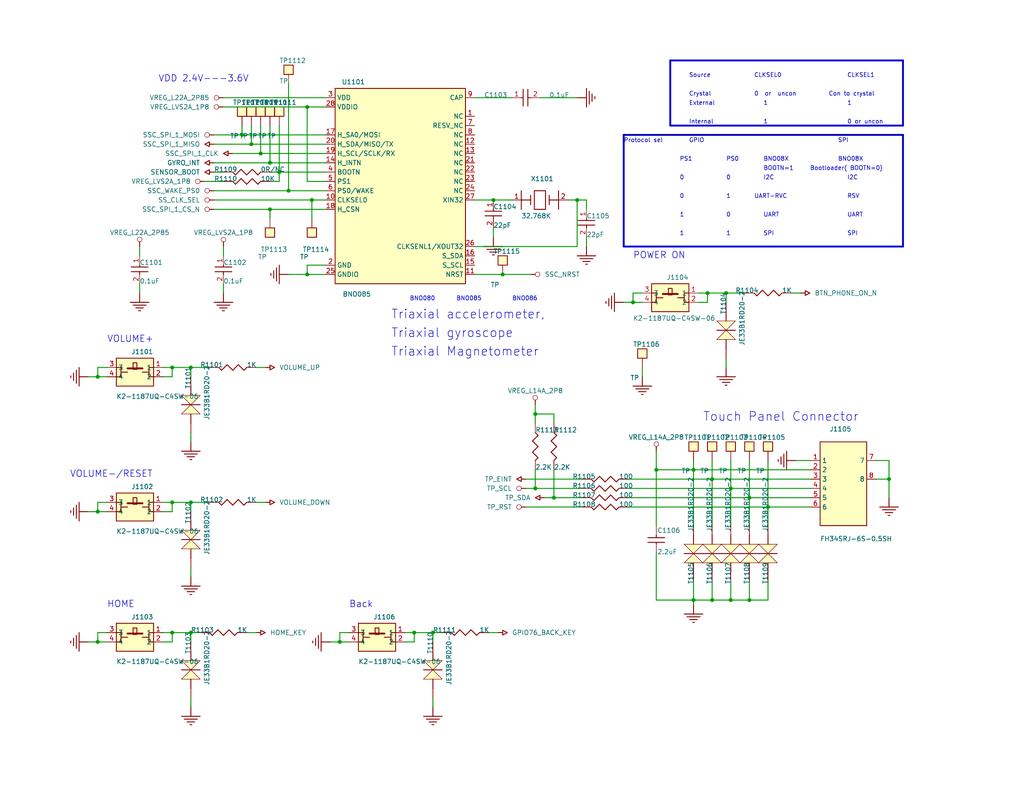
<source format=kicad_sch>
(kicad_sch (version 20211123) (generator eeschema)
  (paper "A")
  (junction (at 76.2 46.99))
  (junction (at 189.23 163.83))
  (junction (at 66.04 36.83))
  (junction (at 179.07 128.27))
  (junction (at 83.82 74.93))
  (junction (at 46.99 137.16))
  (junction (at 199.39 133.35))
  (junction (at 134.62 54.61))
  (junction (at 52.07 100.33))
  (junction (at 73.66 44.45))
  (junction (at 194.31 130.81))
  (junction (at 198.12 80.01))
  (junction (at 146.05 113.03))
  (junction (at 194.31 163.83))
  (junction (at 157.48 54.61))
  (junction (at 68.58 39.37))
  (junction (at 137.16 74.93))
  (junction (at 204.47 135.89))
  (junction (at 199.39 163.83))
  (junction (at 78.74 52.07))
  (junction (at 113.03 172.72))
  (junction (at 26.67 175.26))
  (junction (at 83.82 29.21))
  (junction (at 46.99 172.72))
  (junction (at 151.13 135.89))
  (junction (at 193.04 80.01))
  (junction (at 118.11 172.72))
  (junction (at 242.57 130.81))
  (junction (at 92.71 175.26))
  (junction (at 26.67 102.87))
  (junction (at 73.66 57.15))
  (junction (at 85.09 54.61))
  (junction (at 52.07 172.72))
  (junction (at 71.12 41.91))
  (junction (at 52.07 137.16))
  (junction (at 146.05 133.35))
  (junction (at 172.72 82.55))
  (junction (at 209.55 138.43))
  (junction (at 204.47 163.83))
  (junction (at 46.99 100.33))
  (junction (at 26.67 139.7))
  (junction (at 189.23 128.27))
  (wire (pts (xy 113.03 175.26) (xy 110.49 175.26)) (stroke (width 0.254)))
  (wire (pts (xy 204.47 163.83) (xy 204.47 158.75)) (stroke (width 0.254)))
  (wire (pts (xy 88.9 29.21) (xy 83.82 29.21)) (stroke (width 0.254)))
  (wire (pts (xy 199.39 133.35) (xy 199.39 143.51)) (stroke (width 0.254)))
  (wire (pts (xy 26.67 102.87) (xy 29.21 102.87)) (stroke (width 0.254)))
  (wire (pts (xy 171.45 138.43) (xy 209.55 138.43)) (stroke (width 0.254)))
  (wire (pts (xy 134.62 64.77) (xy 134.62 62.23)) (stroke (width 0.254)))
  (wire (pts (xy 172.72 82.55) (xy 175.26 82.55)) (stroke (width 0.254)))
  (wire (pts (xy 26.67 175.26) (xy 29.21 175.26)) (stroke (width 0.254)))
  (wire (pts (xy 44.45 137.16) (xy 46.99 137.16)) (stroke (width 0.254)))
  (wire (pts (xy 151.13 135.89) (xy 151.13 128.27)) (stroke (width 0.254)))
  (wire (pts (xy 242.57 125.73) (xy 239.014 125.73)) (stroke (width 0.254)))
  (wire (pts (xy 83.82 49.53) (xy 88.9 49.53)) (stroke (width 0.254)))
  (wire (pts (xy 83.82 29.21) (xy 83.82 49.53)) (stroke (width 0.254)))
  (wire (pts (xy 85.09 54.61) (xy 58.42 54.61)) (stroke (width 0.254)))
  (wire (pts (xy 179.07 163.83) (xy 179.07 151.13)) (stroke (width 0.254)))
  (wire (pts (xy 146.05 133.35) (xy 146.05 128.27)) (stroke (width 0.254)))
  (wire (pts (xy 209.55 163.83) (xy 209.55 158.75)) (stroke (width 0.254)))
  (wire (pts (xy 148.59 135.89) (xy 151.13 135.89)) (stroke (width 0.254)))
  (wire (pts (xy 85.09 54.61) (xy 85.09 59.69)) (stroke (width 0.254)))
  (wire (pts (xy 26.67 175.26) (xy 26.67 172.72)) (stroke (width 0.254)))
  (polyline (pts (xy 246.38 36.83) (xy 246.38 67.31)) (stroke (width 0.508) (type solid)))
  (wire (pts (xy 160.02 67.31) (xy 160.02 64.77)) (stroke (width 0.254)))
  (wire (pts (xy 76.2 46.99) (xy 76.2 49.53)) (stroke (width 0.254)))
  (wire (pts (xy 46.99 100.33) (xy 52.07 100.33)) (stroke (width 0.254)))
  (polyline (pts (xy 246.38 16.51) (xy 246.38 34.29)) (stroke (width 0.508) (type solid)))
  (wire (pts (xy 199.39 133.35) (xy 199.39 125.73)) (stroke (width 0.254)))
  (wire (pts (xy 158.75 138.43) (xy 143.51 138.43)) (stroke (width 0.254)))
  (wire (pts (xy 189.23 165.1) (xy 189.23 163.83)) (stroke (width 0.254)))
  (wire (pts (xy 193.04 80.01) (xy 198.12 80.01)) (stroke (width 0.254)))
  (wire (pts (xy 209.55 138.43) (xy 209.55 125.73)) (stroke (width 0.254)))
  (wire (pts (xy 118.11 175.26) (xy 118.11 172.72)) (stroke (width 0.254)))
  (wire (pts (xy 198.12 82.55) (xy 198.12 80.01)) (stroke (width 0.254)))
  (wire (pts (xy 170.18 82.55) (xy 172.72 82.55)) (stroke (width 0.254)))
  (wire (pts (xy 52.07 139.7) (xy 52.07 137.16)) (stroke (width 0.254)))
  (wire (pts (xy 146.05 113.03) (xy 146.05 110.49)) (stroke (width 0.254)))
  (wire (pts (xy 83.82 74.93) (xy 88.9 74.93)) (stroke (width 0.254)))
  (wire (pts (xy 157.48 54.61) (xy 160.02 54.61)) (stroke (width 0.254)))
  (wire (pts (xy 242.57 135.89) (xy 242.57 130.81)) (stroke (width 0.254)))
  (wire (pts (xy 88.9 26.67) (xy 60.96 26.67)) (stroke (width 0.254)))
  (wire (pts (xy 194.31 158.75) (xy 194.31 163.83)) (stroke (width 0.254)))
  (wire (pts (xy 68.58 39.37) (xy 68.58 34.29)) (stroke (width 0.254)))
  (wire (pts (xy 73.66 46.99) (xy 76.2 46.99)) (stroke (width 0.254)))
  (wire (pts (xy 60.96 49.53) (xy 55.88 49.53)) (stroke (width 0.254)))
  (wire (pts (xy 68.58 39.37) (xy 58.42 39.37)) (stroke (width 0.254)))
  (wire (pts (xy 118.11 172.72) (xy 113.03 172.72)) (stroke (width 0.254)))
  (wire (pts (xy 26.67 102.87) (xy 26.67 100.33)) (stroke (width 0.254)))
  (wire (pts (xy 199.39 163.83) (xy 204.47 163.83)) (stroke (width 0.254)))
  (polyline (pts (xy 170.18 67.31) (xy 246.38 67.31)) (stroke (width 0.508) (type solid)))
  (wire (pts (xy 179.07 128.27) (xy 179.07 123.19)) (stroke (width 0.254)))
  (wire (pts (xy 221.234 125.73) (xy 217.17 125.73)) (stroke (width 0.254)))
  (wire (pts (xy 88.9 52.07) (xy 78.74 52.07)) (stroke (width 0.254)))
  (wire (pts (xy 129.54 54.61) (xy 134.62 54.61)) (stroke (width 0.254)))
  (wire (pts (xy 172.72 80.01) (xy 175.26 80.01)) (stroke (width 0.254)))
  (wire (pts (xy 46.99 137.16) (xy 52.07 137.16)) (stroke (width 0.254)))
  (wire (pts (xy 189.23 125.73) (xy 189.23 128.27)) (stroke (width 0.254)))
  (wire (pts (xy 72.39 137.16) (xy 69.85 137.16)) (stroke (width 0.254)))
  (wire (pts (xy 52.07 102.87) (xy 52.07 100.33)) (stroke (width 0.254)))
  (wire (pts (xy 242.57 130.81) (xy 239.014 130.81)) (stroke (width 0.254)))
  (wire (pts (xy 189.23 163.83) (xy 179.07 163.83)) (stroke (width 0.254)))
  (wire (pts (xy 171.45 130.81) (xy 194.31 130.81)) (stroke (width 0.254)))
  (wire (pts (xy 26.67 100.33) (xy 29.21 100.33)) (stroke (width 0.254)))
  (wire (pts (xy 90.17 175.26) (xy 92.71 175.26)) (stroke (width 0.254)))
  (wire (pts (xy 52.07 137.16) (xy 57.15 137.16)) (stroke (width 0.254)))
  (wire (pts (xy 46.99 102.87) (xy 44.45 102.87)) (stroke (width 0.254)))
  (wire (pts (xy 120.65 172.72) (xy 118.11 172.72)) (stroke (width 0.254)))
  (wire (pts (xy 151.13 113.03) (xy 151.13 115.57)) (stroke (width 0.254)))
  (wire (pts (xy 171.45 133.35) (xy 199.39 133.35)) (stroke (width 0.254)))
  (wire (pts (xy 73.66 44.45) (xy 58.42 44.45)) (stroke (width 0.254)))
  (wire (pts (xy 198.12 100.33) (xy 198.12 97.79)) (stroke (width 0.254)))
  (wire (pts (xy 52.07 157.48) (xy 52.07 154.94)) (stroke (width 0.254)))
  (wire (pts (xy 129.54 74.93) (xy 137.16 74.93)) (stroke (width 0.254)))
  (wire (pts (xy 46.99 100.33) (xy 46.99 102.87)) (stroke (width 0.254)))
  (wire (pts (xy 88.9 72.39) (xy 83.82 72.39)) (stroke (width 0.254)))
  (wire (pts (xy 92.71 175.26) (xy 92.71 172.72)) (stroke (width 0.254)))
  (wire (pts (xy 44.45 100.33) (xy 46.99 100.33)) (stroke (width 0.254)))
  (wire (pts (xy 38.1 80.01) (xy 38.1 77.47)) (stroke (width 0.254)))
  (wire (pts (xy 52.07 175.26) (xy 52.07 172.72)) (stroke (width 0.254)))
  (wire (pts (xy 194.31 163.83) (xy 189.23 163.83)) (stroke (width 0.254)))
  (wire (pts (xy 66.04 36.83) (xy 66.04 34.29)) (stroke (width 0.254)))
  (wire (pts (xy 190.5 80.01) (xy 193.04 80.01)) (stroke (width 0.254)))
  (wire (pts (xy 209.55 143.51) (xy 209.55 138.43)) (stroke (width 0.254)))
  (wire (pts (xy 129.54 67.31) (xy 157.48 67.31)) (stroke (width 0.254)))
  (wire (pts (xy 46.99 139.7) (xy 44.45 139.7)) (stroke (width 0.254)))
  (wire (pts (xy 52.07 172.72) (xy 54.61 172.72)) (stroke (width 0.254)))
  (wire (pts (xy 73.66 44.45) (xy 73.66 34.29)) (stroke (width 0.254)))
  (wire (pts (xy 52.07 193.04) (xy 52.07 190.5)) (stroke (width 0.254)))
  (wire (pts (xy 44.45 172.72) (xy 46.99 172.72)) (stroke (width 0.254)))
  (wire (pts (xy 24.13 102.87) (xy 26.67 102.87)) (stroke (width 0.254)))
  (wire (pts (xy 92.71 175.26) (xy 95.25 175.26)) (stroke (width 0.254)))
  (wire (pts (xy 171.45 135.89) (xy 204.47 135.89)) (stroke (width 0.254)))
  (wire (pts (xy 69.85 172.72) (xy 67.31 172.72)) (stroke (width 0.254)))
  (wire (pts (xy 83.82 72.39) (xy 83.82 74.93)) (stroke (width 0.254)))
  (wire (pts (xy 26.67 139.7) (xy 26.67 137.16)) (stroke (width 0.254)))
  (wire (pts (xy 38.1 69.85) (xy 38.1 67.31)) (stroke (width 0.254)))
  (wire (pts (xy 157.48 67.31) (xy 157.48 54.61)) (stroke (width 0.254)))
  (wire (pts (xy 199.39 158.75) (xy 199.39 163.83)) (stroke (width 0.254)))
  (wire (pts (xy 83.82 29.21) (xy 60.96 29.21)) (stroke (width 0.254)))
  (wire (pts (xy 135.89 172.72) (xy 133.35 172.72)) (stroke (width 0.254)))
  (wire (pts (xy 46.99 137.16) (xy 46.99 139.7)) (stroke (width 0.254)))
  (wire (pts (xy 71.12 41.91) (xy 63.5 41.91)) (stroke (width 0.254)))
  (polyline (pts (xy 246.38 36.83) (xy 170.18 36.83)) (stroke (width 0.508) (type solid)))
  (wire (pts (xy 154.94 54.61) (xy 157.48 54.61)) (stroke (width 0.254)))
  (wire (pts (xy 88.9 57.15) (xy 73.66 57.15)) (stroke (width 0.254)))
  (wire (pts (xy 189.23 163.83) (xy 189.23 158.75)) (stroke (width 0.254)))
  (wire (pts (xy 26.67 137.16) (xy 29.21 137.16)) (stroke (width 0.254)))
  (wire (pts (xy 52.07 100.33) (xy 57.15 100.33)) (stroke (width 0.254)))
  (wire (pts (xy 92.71 172.72) (xy 95.25 172.72)) (stroke (width 0.254)))
  (wire (pts (xy 209.55 138.43) (xy 221.234 138.43)) (stroke (width 0.254)))
  (wire (pts (xy 204.47 143.51) (xy 204.47 135.89)) (stroke (width 0.254)))
  (wire (pts (xy 73.66 57.15) (xy 73.66 59.69)) (stroke (width 0.254)))
  (wire (pts (xy 157.48 26.67) (xy 147.32 26.67)) (stroke (width 0.254)))
  (wire (pts (xy 73.66 57.15) (xy 58.42 57.15)) (stroke (width 0.254)))
  (polyline (pts (xy 182.88 34.29) (xy 182.88 16.51)) (stroke (width 0.508) (type solid)))
  (wire (pts (xy 193.04 82.55) (xy 190.5 82.55)) (stroke (width 0.254)))
  (wire (pts (xy 46.99 172.72) (xy 52.07 172.72)) (stroke (width 0.254)))
  (wire (pts (xy 199.39 163.83) (xy 194.31 163.83)) (stroke (width 0.254)))
  (wire (pts (xy 88.9 54.61) (xy 85.09 54.61)) (stroke (width 0.254)))
  (wire (pts (xy 194.31 130.81) (xy 194.31 125.73)) (stroke (width 0.254)))
  (wire (pts (xy 160.02 54.61) (xy 160.02 57.15)) (stroke (width 0.254)))
  (wire (pts (xy 204.47 135.89) (xy 221.234 135.89)) (stroke (width 0.254)))
  (wire (pts (xy 88.9 39.37) (xy 68.58 39.37)) (stroke (width 0.254)))
  (wire (pts (xy 88.9 44.45) (xy 73.66 44.45)) (stroke (width 0.254)))
  (wire (pts (xy 146.05 115.57) (xy 146.05 113.03)) (stroke (width 0.254)))
  (wire (pts (xy 146.05 133.35) (xy 158.75 133.35)) (stroke (width 0.254)))
  (wire (pts (xy 78.74 74.93) (xy 83.82 74.93)) (stroke (width 0.254)))
  (polyline (pts (xy 246.38 16.51) (xy 182.88 16.51)) (stroke (width 0.508) (type solid)))
  (wire (pts (xy 113.03 172.72) (xy 113.03 175.26)) (stroke (width 0.254)))
  (wire (pts (xy 24.13 139.7) (xy 26.67 139.7)) (stroke (width 0.254)))
  (wire (pts (xy 26.67 172.72) (xy 29.21 172.72)) (stroke (width 0.254)))
  (wire (pts (xy 137.16 74.93) (xy 144.78 74.93)) (stroke (width 0.254)))
  (wire (pts (xy 71.12 41.91) (xy 71.12 34.29)) (stroke (width 0.254)))
  (wire (pts (xy 151.13 135.89) (xy 158.75 135.89)) (stroke (width 0.254)))
  (wire (pts (xy 221.234 128.27) (xy 189.23 128.27)) (stroke (width 0.254)))
  (wire (pts (xy 194.31 130.81) (xy 221.234 130.81)) (stroke (width 0.254)))
  (wire (pts (xy 88.9 46.99) (xy 76.2 46.99)) (stroke (width 0.254)))
  (wire (pts (xy 60.96 69.85) (xy 60.96 67.31)) (stroke (width 0.254)))
  (wire (pts (xy 158.75 130.81) (xy 143.51 130.81)) (stroke (width 0.254)))
  (wire (pts (xy 60.96 80.01) (xy 60.96 77.47)) (stroke (width 0.254)))
  (wire (pts (xy 78.74 52.07) (xy 78.74 22.86)) (stroke (width 0.254)))
  (wire (pts (xy 46.99 175.26) (xy 44.45 175.26)) (stroke (width 0.254)))
  (wire (pts (xy 198.12 80.01) (xy 203.2 80.01)) (stroke (width 0.254)))
  (polyline (pts (xy 170.18 67.31) (xy 170.18 36.83)) (stroke (width 0.508) (type solid)))
  (wire (pts (xy 221.234 133.35) (xy 199.39 133.35)) (stroke (width 0.254)))
  (wire (pts (xy 66.04 36.83) (xy 58.42 36.83)) (stroke (width 0.254)))
  (wire (pts (xy 24.13 175.26) (xy 26.67 175.26)) (stroke (width 0.254)))
  (wire (pts (xy 60.96 46.99) (xy 58.42 46.99)) (stroke (width 0.254)))
  (wire (pts (xy 134.62 54.61) (xy 139.7 54.61)) (stroke (width 0.254)))
  (wire (pts (xy 189.23 128.27) (xy 189.23 143.51)) (stroke (width 0.254)))
  (wire (pts (xy 242.57 130.81) (xy 242.57 125.73)) (stroke (width 0.254)))
  (wire (pts (xy 204.47 135.89) (xy 204.47 125.73)) (stroke (width 0.254)))
  (wire (pts (xy 143.51 133.35) (xy 146.05 133.35)) (stroke (width 0.254)))
  (wire (pts (xy 175.26 102.87) (xy 175.26 100.33)) (stroke (width 0.254)))
  (wire (pts (xy 193.04 80.01) (xy 193.04 82.55)) (stroke (width 0.254)))
  (wire (pts (xy 72.39 100.33) (xy 69.85 100.33)) (stroke (width 0.254)))
  (wire (pts (xy 88.9 41.91) (xy 71.12 41.91)) (stroke (width 0.254)))
  (wire (pts (xy 189.23 128.27) (xy 179.07 128.27)) (stroke (width 0.254)))
  (wire (pts (xy 113.03 172.72) (xy 110.49 172.72)) (stroke (width 0.254)))
  (polyline (pts (xy 182.88 34.29) (xy 246.38 34.29)) (stroke (width 0.508) (type solid)))
  (wire (pts (xy 76.2 46.99) (xy 76.2 34.29)) (stroke (width 0.254)))
  (wire (pts (xy 78.74 52.07) (xy 58.42 52.07)) (stroke (width 0.254)))
  (wire (pts (xy 139.7 26.67) (xy 129.54 26.67)) (stroke (width 0.254)))
  (wire (pts (xy 76.2 49.53) (xy 73.66 49.53)) (stroke (width 0.254)))
  (wire (pts (xy 218.44 80.01) (xy 215.9 80.01)) (stroke (width 0.254)))
  (wire (pts (xy 172.72 82.55) (xy 172.72 80.01)) (stroke (width 0.254)))
  (wire (pts (xy 118.11 193.04) (xy 118.11 190.5)) (stroke (width 0.254)))
  (wire (pts (xy 204.47 163.83) (xy 209.55 163.83)) (stroke (width 0.254)))
  (wire (pts (xy 179.07 143.51) (xy 179.07 128.27)) (stroke (width 0.254)))
  (wire (pts (xy 194.31 143.51) (xy 194.31 130.81)) (stroke (width 0.254)))
  (wire (pts (xy 46.99 172.72) (xy 46.99 175.26)) (stroke (width 0.254)))
  (wire (pts (xy 26.67 139.7) (xy 29.21 139.7)) (stroke (width 0.254)))
  (wire (pts (xy 146.05 113.03) (xy 151.13 113.03)) (stroke (width 0.254)))
  (wire (pts (xy 52.07 120.65) (xy 52.07 118.11)) (stroke (width 0.254)))
  (wire (pts (xy 88.9 36.83) (xy 66.04 36.83)) (stroke (width 0.254)))
  (text "CLKSEL0" (at 205.74 21.336 180) (effects (font (size 1.143 1.143)) (justify left bottom)))
  (text "External" (at 187.96 28.956 180) (effects (font (size 1.143 1.143)) (justify left bottom)))
  (text "Source" (at 187.96 21.336 180) (effects (font (size 1.143 1.143)) (justify left bottom)))
  (text "PS0" (at 198.12 44.196 180) (effects (font (size 1.143 1.143)) (justify left bottom)))
  (text "Triaxial accelerometer," (at 106.68 87.376 180) (effects (font (size 2.413 2.413)) (justify left bottom)))
  (text "BNO080" (at 111.76 82.296 180) (effects (font (size 1.143 1.143)) (justify left bottom)))
  (text "RSV" (at 231.14 54.356 180) (effects (font (size 1.143 1.143)) (justify left bottom)))
  (text "Back" (at 95.25 166.116 180) (effects (font (size 1.778 1.778)) (justify left bottom)))
  (text "HOME" (at 29.21 166.116 180) (effects (font (size 1.778 1.778)) (justify left bottom)))
  (text "1" (at 231.14 28.956 180) (effects (font (size 1.143 1.143)) (justify left bottom)))
  (text "SPI" (at 231.14 64.516 180) (effects (font (size 1.143 1.143)) (justify left bottom)))
  (text "I2C" (at 208.28 49.276 180) (effects (font (size 1.143 1.143)) (justify left bottom)))
  (text "0  or  uncon" (at 205.74 26.416 180) (effects (font (size 1.143 1.143)) (justify left bottom)))
  (text "CLKSEL1" (at 231.14 21.336 180) (effects (font (size 1.143 1.143)) (justify left bottom)))
  (text "0" (at 185.42 49.276 180) (effects (font (size 1.143 1.143)) (justify left bottom)))
  (text "0 or uncon" (at 231.14 34.036 180) (effects (font (size 1.143 1.143)) (justify left bottom)))
  (text "I2C" (at 231.14 49.276 180) (effects (font (size 1.143 1.143)) (justify left bottom)))
  (text "PS1" (at 185.42 44.196 180) (effects (font (size 1.143 1.143)) (justify left bottom)))
  (text "Triaxial gyroscope" (at 106.68 92.456 180) (effects (font (size 2.413 2.413)) (justify left bottom)))
  (text "1" (at 185.42 64.516 180) (effects (font (size 1.143 1.143)) (justify left bottom)))
  (text "VDD 2.4V---3.6V" (at 43.18 22.606 180) (effects (font (size 1.778 1.778)) (justify left bottom)))
  (text "UART" (at 208.28 59.436 180) (effects (font (size 1.143 1.143)) (justify left bottom)))
  (text "1" (at 198.12 54.356 180) (effects (font (size 1.143 1.143)) (justify left bottom)))
  (text "BNO08X" (at 208.28 44.196 180) (effects (font (size 1.143 1.143)) (justify left bottom)))
  (text "Bootloader( BOOTN=0)" (at 220.98 46.736 180) (effects (font (size 1.143 1.143)) (justify left bottom)))
  (text "VOLUME-/RESET" (at 19.05 130.556 180) (effects (font (size 1.778 1.778)) (justify left bottom)))
  (text "Crystal" (at 187.96 26.416 180) (effects (font (size 1.143 1.143)) (justify left bottom)))
  (text "0" (at 198.12 49.276 180) (effects (font (size 1.143 1.143)) (justify left bottom)))
  (text "UART" (at 231.14 59.436 180) (effects (font (size 1.143 1.143)) (justify left bottom)))
  (text "BNO086" (at 139.7 82.296 180) (effects (font (size 1.143 1.143)) (justify left bottom)))
  (text "0" (at 185.42 54.356 180) (effects (font (size 1.143 1.143)) (justify left bottom)))
  (text "Internal" (at 187.96 34.036 180) (effects (font (size 1.143 1.143)) (justify left bottom)))
  (text "1" (at 208.28 34.036 180) (effects (font (size 1.143 1.143)) (justify left bottom)))
  (text "VOLUME+" (at 29.21 93.726 180) (effects (font (size 1.778 1.778)) (justify left bottom)))
  (text "1" (at 198.12 64.516 180) (effects (font (size 1.143 1.143)) (justify left bottom)))
  (text "1" (at 208.28 28.956 180) (effects (font (size 1.143 1.143)) (justify left bottom)))
  (text "Con to crystal" (at 226.06 26.416 180) (effects (font (size 1.143 1.143)) (justify left bottom)))
  (text "SPI" (at 228.6 39.116 180) (effects (font (size 1.143 1.143)) (justify left bottom)))
  (text "BNO085" (at 124.46 82.296 180) (effects (font (size 1.143 1.143)) (justify left bottom)))
  (text "POWER ON" (at 172.72 70.866 180) (effects (font (size 1.778 1.778)) (justify left bottom)))
  (text "Touch Panel Connector" (at 191.77 115.316 180) (effects (font (size 2.413 2.413)) (justify left bottom)))
  (text "1" (at 185.42 59.436 180) (effects (font (size 1.143 1.143)) (justify left bottom)))
  (text "BNO08X" (at 228.6 44.196 180) (effects (font (size 1.143 1.143)) (justify left bottom)))
  (text "SPI" (at 208.28 64.516 180) (effects (font (size 1.143 1.143)) (justify left bottom)))
  (text "BOOTN=1" (at 208.28 46.736 180) (effects (font (size 1.143 1.143)) (justify left bottom)))
  (text "Protocol sel" (at 170.18 39.116 180) (effects (font (size 1.143 1.143)) (justify left bottom)))
  (text "GPIO" (at 187.96 39.116 180) (effects (font (size 1.143 1.143)) (justify left bottom)))
  (text "0" (at 198.12 59.436 180) (effects (font (size 1.143 1.143)) (justify left bottom)))
  (text "Triaxial Magnetometer" (at 106.68 97.536 180) (effects (font (size 2.413 2.413)) (justify left bottom)))
  (text "UART-RVC" (at 205.74 54.356 180) (effects (font (size 1.143 1.143)) (justify left bottom)))
  (symbol (lib_id "11_SENSOR-altium-import:1_DIODE_1") (at 201.93 156.21 0) (unit 1)
    (property "Reference" "T1108" (at 204.47 159.512 90) (effects (justify left bottom)))
    (property "Value" "JE33B1RD20-2" (at 204.47 145.1904 90) (effects (justify left bottom)))
    (property "Footprint" "DFN1006-2" (effects hide))
    (property "PART NUMBER" "TY01100606" (effects hide))
    (property "PART TYPE" "Diode" (effects hide))
    (property "MANUFACTURER PART NUMBER" "RB551V-30TE-17" (effects hide))
    (property "MANUFACTURER" "ROHM" (effects hide))
    (property "PCB FOOTPRINT" "DFN1006-2" (effects hide))
  )
  (symbol (lib_id "11_SENSOR-altium-import:SSC_SPI_1_CS_N") (at 58.42 57.15 270) (unit 1)
    (property "Reference" "#PWR?" (effects hide))
    (property "Value" "SSC_SPI_1_CS_N" (at 54.61 57.15 90) (effects (justify right)))
  )
  (symbol (lib_id "11_SENSOR-altium-import:3_mirrored_C {slash} 33 {slash} pF {slash} 0201") (at 142.24 24.13 0) (unit 1)
    (property "Reference" "C1103" (at 132.08 26.67 0) (effects (justify left bottom)))
    (property "Value" "0.1uF" (at 149.86 26.67 0) (effects (justify left bottom)))
    (property "Footprint" "C0201" (effects hide))
    (property "PCB FOOTPRINT" "C0201" (effects hide))
  )
  (symbol (lib_id "11_SENSOR-altium-import:3_R") (at 168.91 128.27 0) (unit 1)
    (property "Reference" "R1105" (at 156.21 130.81 0) (effects (justify left bottom)))
    (property "Value" "100" (at 168.91 130.81 0) (effects (justify left bottom)))
    (property "Footprint" "R0201" (effects hide))
    (property "VENDOR" "CYNTEC" (effects hide))
    (property "PN" "RR0510S-103-J" (effects hide))
    (property "PCB FOOTPRINT" "R0201" (effects hide))
  )
  (symbol (lib_id "11_SENSOR-altium-import:GND") (at 189.23 165.1 0) (unit 1)
    (property "Reference" "#PWR?" (effects hide))
    (property "Value" "GND" (effects hide))
  )
  (symbol (lib_id "11_SENSOR-altium-import:GND") (at 90.17 175.26 270) (unit 1)
    (property "Reference" "#PWR?" (effects hide))
    (property "Value" "GND" (effects hide))
  )
  (symbol (lib_id "11_SENSOR-altium-import:3_R") (at 168.91 130.81 0) (unit 1)
    (property "Reference" "R1106" (at 156.21 133.35 0) (effects (justify left bottom)))
    (property "Value" "100" (at 168.91 133.35 0) (effects (justify left bottom)))
    (property "Footprint" "R0201" (effects hide))
    (property "VENDOR" "CYNTEC" (effects hide))
    (property "PN" "RR0510S-103-J" (effects hide))
    (property "PCB FOOTPRINT" "R0201" (effects hide))
  )
  (symbol (lib_id "11_SENSOR-altium-import:GND") (at 118.11 193.04 0) (unit 1)
    (property "Reference" "#PWR?" (effects hide))
    (property "Value" "GND" (effects hide))
  )
  (symbol (lib_id "11_SENSOR-altium-import:GND") (at 157.48 26.67 90) (unit 1)
    (property "Reference" "#PWR?" (effects hide))
    (property "Value" "GND" (effects hide))
  )
  (symbol (lib_id "11_SENSOR-altium-import:GND") (at 24.13 102.87 270) (unit 1)
    (property "Reference" "#PWR?" (effects hide))
    (property "Value" "GND" (effects hide))
  )
  (symbol (lib_id "11_SENSOR-altium-import:0_C {slash} 33 {slash} pF {slash} 0201") (at 35.56 72.39 0) (unit 1)
    (property "Reference" "C1101" (at 38.1 72.39 0) (effects (justify left bottom)))
    (property "Value" "0.1uF" (at 38.1 77.47 0) (effects (justify left bottom)))
    (property "Footprint" "C0201" (effects hide))
    (property "PCB FOOTPRINT" "C0201" (effects hide))
  )
  (symbol (lib_id "11_SENSOR-altium-import:1_DIODE_1") (at 186.69 156.21 0) (unit 1)
    (property "Reference" "T1105" (at 189.23 159.512 90) (effects (justify left bottom)))
    (property "Value" "JE33B1RD20-2" (at 189.23 145.1904 90) (effects (justify left bottom)))
    (property "Footprint" "DFN1006-2" (effects hide))
    (property "MANUFACTURER" "ROHM" (effects hide))
    (property "MANUFACTURER PART NUMBER" "RB551V-30TE-17" (effects hide))
    (property "PART TYPE" "Diode" (effects hide))
    (property "PART NUMBER" "TY01100606" (effects hide))
    (property "PCB FOOTPRINT" "DFN1006-2" (effects hide))
  )
  (symbol (lib_id "11_SENSOR-altium-import:SSC_NRST") (at 144.78 74.93 90) (unit 1)
    (property "Reference" "#PWR?" (effects hide))
    (property "Value" "SSC_NRST" (at 148.59 74.93 90) (effects (justify right)))
  )
  (symbol (lib_id "11_SENSOR-altium-import:0_mirrored_PTS810") (at 107.95 170.18 0) (unit 1)
    (property "Reference" "J1106" (at 101.854 169.164 0) (effects (justify left bottom)))
    (property "Value" "K2-1187UQ-C4SW-06" (at 97.79 181.356 0) (effects (justify left bottom)))
    (property "Footprint" "K2-1187UQ" (effects hide))
    (property "PCB FOOTPRINT" "K2-1187UQ" (effects hide))
  )
  (symbol (lib_id "11_SENSOR-altium-import:1_DIODE_1") (at 195.58 95.25 0) (unit 1)
    (property "Reference" "T1104" (at 198.12 85.852 90) (effects (justify left bottom)))
    (property "Value" "JE33B1RD20-2" (at 203.2 94.3904 90) (effects (justify left bottom)))
    (property "Footprint" "DFN1006-2" (effects hide))
    (property "MANUFACTURER" "ROHM" (effects hide))
    (property "MANUFACTURER PART NUMBER" "RB551V-30TE-17" (effects hide))
    (property "PART TYPE" "Diode" (effects hide))
    (property "PART NUMBER" "TY01100606" (effects hide))
    (property "PCB FOOTPRINT" "DFN1006-2" (effects hide))
  )
  (symbol (lib_id "11_SENSOR-altium-import:VREG_LVS2A_1P8") (at 55.88 49.53 270) (unit 1)
    (property "Reference" "#PWR?" (effects hide))
    (property "Value" "VREG_LVS2A_1P8" (at 52.07 49.53 90) (effects (justify right)))
  )
  (symbol (lib_id "11_SENSOR-altium-import:3_FPC_CON_8") (at 236.474 120.65 0) (unit 1)
    (property "Reference" "J1105" (at 226.314 117.856 0) (effects (justify left bottom)))
    (property "Value" "FH34SRJ-6S-0.5SH" (at 223.774 147.828 0) (effects (justify left bottom)))
    (property "Footprint" "IO8-P0.5-5X3-T1.0" (effects hide))
    (property "PCB FOOTPRINT" "FH34SRJ-6S-0r5SH" (effects hide))
  )
  (symbol (lib_id "11_SENSOR-altium-import:GND") (at 38.1 80.01 0) (unit 1)
    (property "Reference" "#PWR?" (effects hide))
    (property "Value" "GND" (effects hide))
  )
  (symbol (lib_id "11_SENSOR-altium-import:3_R") (at 64.77 170.18 0) (unit 1)
    (property "Reference" "R1103" (at 52.07 172.72 0) (effects (justify left bottom)))
    (property "Value" "1K" (at 64.77 172.72 0) (effects (justify left bottom)))
    (property "Footprint" "R0201" (effects hide))
    (property "VENDOR" "CYNTEC" (effects hide))
    (property "PN" "RR0510S-103-J" (effects hide))
    (property "PCB FOOTPRINT" "R0201" (effects hide))
  )
  (symbol (lib_id "11_SENSOR-altium-import:VREG_LVS2A_1P8") (at 60.96 29.21 270) (unit 1)
    (property "Reference" "#PWR?" (effects hide))
    (property "Value" "VREG_LVS2A_1P8" (at 57.15 29.21 90) (effects (justify right)))
  )
  (symbol (lib_id "11_SENSOR-altium-import:0_BNO085_0") (at 91.44 24.13 0) (unit 1)
    (property "Reference" "U1101" (at 93.218 23.114 0) (effects (justify left bottom)))
    (property "Value" "BNO085" (at 93.472 81.026 0) (effects (justify left bottom)))
    (property "Footprint" "BNO08X_LGA_28P" (effects hide))
    (property "PCB FOOTPRINT" "BNO08X_LGA_28P" (effects hide))
  )
  (symbol (lib_id "11_SENSOR-altium-import:1_DIODE_1") (at 49.53 115.57 0) (unit 1)
    (property "Reference" "T1101" (at 52.07 106.172 90) (effects (justify left bottom)))
    (property "Value" "JE33B1RD20-2" (at 57.15 114.7104 90) (effects (justify left bottom)))
    (property "Footprint" "DFN1006-2" (effects hide))
    (property "PART NUMBER" "TY01100606" (effects hide))
    (property "PART TYPE" "Diode" (effects hide))
    (property "MANUFACTURER PART NUMBER" "RB551V-30TE-17" (effects hide))
    (property "MANUFACTURER" "ROHM" (effects hide))
    (property "PCB FOOTPRINT" "DFN1006-2" (effects hide))
  )
  (symbol (lib_id "11_SENSOR-altium-import:3_T POINT S") (at 177.8 95.25 0) (unit 1)
    (property "Reference" "TP1106" (at 172.72 94.742 0) (effects (justify left bottom)))
    (property "Value" "TP" (at 171.958 103.886 0) (effects (justify left bottom)))
    (property "Footprint" "TP-D1r0" (effects hide))
    (property "PCB FOOTPRINT" "TP-D1r0" (effects hide))
  )
  (symbol (lib_id "11_SENSOR-altium-import:0_mirrored_PTS810") (at 41.91 134.62 0) (unit 1)
    (property "Reference" "J1102" (at 35.814 133.604 0) (effects (justify left bottom)))
    (property "Value" "K2-1187UQ-C4SW-06" (at 31.75 145.796 0) (effects (justify left bottom)))
    (property "Footprint" "K2-1187UQ" (effects hide))
    (property "PCB FOOTPRINT" "K2-1187UQ" (effects hide))
  )
  (symbol (lib_id "11_SENSOR-altium-import:TP_SDA") (at 148.59 135.89 270) (unit 1)
    (property "Reference" "#PWR?" (effects hide))
    (property "Value" "TP_SDA" (at 144.78 135.89 90) (effects (justify right)))
  )
  (symbol (lib_id "11_SENSOR-altium-import:0_mirrored_PTS810") (at 41.91 97.79 0) (unit 1)
    (property "Reference" "J1101" (at 35.814 96.774 0) (effects (justify left bottom)))
    (property "Value" "K2-1187UQ-C4SW-06" (at 31.75 108.966 0) (effects (justify left bottom)))
    (property "Footprint" "K2-1187UQ" (effects hide))
    (property "PCB FOOTPRINT" "K2-1187UQ" (effects hide))
  )
  (symbol (lib_id "11_SENSOR-altium-import:BTN_PHONE_ON_N") (at 218.44 80.01 90) (unit 1)
    (property "Reference" "#PWR?" (effects hide))
    (property "Value" "BTN_PHONE_ON_N" (at 222.25 80.01 90) (effects (justify right)))
  )
  (symbol (lib_id "11_SENSOR-altium-import:GND") (at 134.62 64.77 0) (unit 1)
    (property "Reference" "#PWR?" (effects hide))
    (property "Value" "GND" (effects hide))
  )
  (symbol (lib_id "11_SENSOR-altium-import:0_mirrored_C {slash} 33 {slash} pF {slash} 0201") (at 162.56 59.69 0) (unit 1)
    (property "Reference" "C1105" (at 160.02 59.69 0) (effects (justify left bottom)))
    (property "Value" "22pF" (at 160.02 64.77 0) (effects (justify left bottom)))
    (property "Footprint" "C0201" (effects hide))
    (property "PCB FOOTPRINT" "C0201" (effects hide))
  )
  (symbol (lib_id "11_SENSOR-altium-import:HOME_KEY") (at 69.85 172.72 90) (unit 1)
    (property "Reference" "#PWR?" (effects hide))
    (property "Value" "HOME_KEY" (at 73.66 172.72 90) (effects (justify right)))
  )
  (symbol (lib_id "11_SENSOR-altium-import:0_R") (at 143.51 118.11 0) (unit 1)
    (property "Reference" "R1113" (at 146.05 118.11 0) (effects (justify left bottom)))
    (property "Value" "2.2K" (at 146.05 128.27 0) (effects (justify left bottom)))
    (property "Footprint" "R0201" (effects hide))
    (property "PN" "RR0510S-103-J" (effects hide))
    (property "VENDOR" "CYNTEC" (effects hide))
    (property "PCB FOOTPRINT" "R0201" (effects hide))
  )
  (symbol (lib_id "11_SENSOR-altium-import:3_T POINT S") (at 201.93 120.65 0) (unit 1)
    (property "Reference" "TP1103" (at 196.85 120.142 0) (effects (justify left bottom)))
    (property "Value" "TP" (at 196.088 129.286 0) (effects (justify left bottom)))
    (property "Footprint" "TP-D1r0" (effects hide))
    (property "PCB FOOTPRINT" "TP-D1r0" (effects hide))
  )
  (symbol (lib_id "11_SENSOR-altium-import:1_DIODE_1") (at 207.01 156.21 0) (unit 1)
    (property "Reference" "T1109" (at 209.55 159.512 90) (effects (justify left bottom)))
    (property "Value" "JE33B1RD20-2" (at 209.55 145.1904 90) (effects (justify left bottom)))
    (property "Footprint" "DFN1006-2" (effects hide))
    (property "MANUFACTURER" "ROHM" (effects hide))
    (property "MANUFACTURER PART NUMBER" "RB551V-30TE-17" (effects hide))
    (property "PART TYPE" "Diode" (effects hide))
    (property "PART NUMBER" "TY01100606" (effects hide))
    (property "PCB FOOTPRINT" "DFN1006-2" (effects hide))
  )
  (symbol (lib_id "11_SENSOR-altium-import:SSC_SPI_1_MISO") (at 58.42 39.37 270) (unit 1)
    (property "Reference" "#PWR?" (effects hide))
    (property "Value" "SSC_SPI_1_MISO" (at 54.61 39.37 90) (effects (justify right)))
  )
  (symbol (lib_id "11_SENSOR-altium-import:3_R") (at 67.31 134.62 0) (unit 1)
    (property "Reference" "R1102" (at 54.61 137.16 0) (effects (justify left bottom)))
    (property "Value" "1K" (at 67.31 137.16 0) (effects (justify left bottom)))
    (property "Footprint" "R0201" (effects hide))
    (property "PN" "RR0510S-103-J" (effects hide))
    (property "VENDOR" "CYNTEC" (effects hide))
    (property "PCB FOOTPRINT" "R0201" (effects hide))
  )
  (symbol (lib_id "11_SENSOR-altium-import:1_DIODE_1") (at 115.57 187.96 0) (unit 1)
    (property "Reference" "T1110" (at 118.11 178.562 90) (effects (justify left bottom)))
    (property "Value" "JE33B1RD20-2" (at 123.19 187.1004 90) (effects (justify left bottom)))
    (property "Footprint" "DFN1006-2" (effects hide))
    (property "MANUFACTURER" "ROHM" (effects hide))
    (property "MANUFACTURER PART NUMBER" "RB551V-30TE-17" (effects hide))
    (property "PART TYPE" "Diode" (effects hide))
    (property "PART NUMBER" "TY01100606" (effects hide))
    (property "PCB FOOTPRINT" "DFN1006-2" (effects hide))
  )
  (symbol (lib_id "11_SENSOR-altium-import:GND") (at 52.07 193.04 0) (unit 1)
    (property "Reference" "#PWR?" (effects hide))
    (property "Value" "GND" (effects hide))
  )
  (symbol (lib_id "11_SENSOR-altium-import:SSC_SPI_1_MOSI") (at 58.42 36.83 270) (unit 1)
    (property "Reference" "#PWR?" (effects hide))
    (property "Value" "SSC_SPI_1_MOSI" (at 54.61 36.83 90) (effects (justify right)))
  )
  (symbol (lib_id "11_SENSOR-altium-import:SS_CLK_SEL") (at 58.42 54.61 270) (unit 1)
    (property "Reference" "#PWR?" (effects hide))
    (property "Value" "SS_CLK_SEL" (at 54.61 54.61 90) (effects (justify right)))
  )
  (symbol (lib_id "11_SENSOR-altium-import:GND") (at 217.17 125.73 270) (unit 1)
    (property "Reference" "#PWR?" (effects hide))
    (property "Value" "GND" (effects hide))
  )
  (symbol (lib_id "11_SENSOR-altium-import:1_DIODE_1") (at 196.85 156.21 0) (unit 1)
    (property "Reference" "T1107" (at 199.39 159.512 90) (effects (justify left bottom)))
    (property "Value" "JE33B1RD20-2" (at 199.39 145.1904 90) (effects (justify left bottom)))
    (property "Footprint" "DFN1006-2" (effects hide))
    (property "PART NUMBER" "TY01100606" (effects hide))
    (property "PART TYPE" "Diode" (effects hide))
    (property "MANUFACTURER PART NUMBER" "RB551V-30TE-17" (effects hide))
    (property "MANUFACTURER" "ROHM" (effects hide))
    (property "PCB FOOTPRINT" "DFN1006-2" (effects hide))
  )
  (symbol (lib_id "11_SENSOR-altium-import:3_R") (at 71.12 46.99 0) (unit 1)
    (property "Reference" "R1110" (at 58.42 49.53 0) (effects (justify left bottom)))
    (property "Value" "10K" (at 71.12 49.53 0) (effects (justify left bottom)))
    (property "Footprint" "R0201" (effects hide))
    (property "PN" "RR0510S-103-J" (effects hide))
    (property "VENDOR" "CYNTEC" (effects hide))
    (property "PCB FOOTPRINT" "R0201" (effects hide))
  )
  (symbol (lib_id "11_SENSOR-altium-import:3_T POINT S") (at 73.66 29.21 0) (unit 1)
    (property "Reference" "TP1109" (at 68.58 28.702 0) (effects (justify left bottom)))
    (property "Value" "TP" (at 67.818 37.846 0) (effects (justify left bottom)))
    (property "Footprint" "TP-D1r0" (effects hide))
    (property "PCB FOOTPRINT" "TP-D1r0" (effects hide))
  )
  (symbol (lib_id "11_SENSOR-altium-import:3_R") (at 168.91 135.89 0) (unit 1)
    (property "Reference" "R1108" (at 156.21 138.43 0) (effects (justify left bottom)))
    (property "Value" "100" (at 168.91 138.43 0) (effects (justify left bottom)))
    (property "Footprint" "R0201" (effects hide))
    (property "VENDOR" "CYNTEC" (effects hide))
    (property "PN" "RR0510S-103-J" (effects hide))
    (property "PCB FOOTPRINT" "R0201" (effects hide))
  )
  (symbol (lib_id "11_SENSOR-altium-import:0_C {slash} 33 {slash} pF {slash} 0201") (at 58.42 72.39 0) (unit 1)
    (property "Reference" "C1102" (at 60.96 72.39 0) (effects (justify left bottom)))
    (property "Value" "0.1uF" (at 60.96 77.47 0) (effects (justify left bottom)))
    (property "Footprint" "C0201" (effects hide))
    (property "PCB FOOTPRINT" "C0201" (effects hide))
  )
  (symbol (lib_id "11_SENSOR-altium-import:TP_EINT") (at 143.51 130.81 270) (unit 1)
    (property "Reference" "#PWR?" (effects hide))
    (property "Value" "TP_EINT" (at 139.7 130.81 90) (effects (justify right)))
  )
  (symbol (lib_id "11_SENSOR-altium-import:VREG_L22A_2P85") (at 60.96 26.67 270) (unit 1)
    (property "Reference" "#PWR?" (effects hide))
    (property "Value" "VREG_L22A_2P85" (at 57.15 26.67 90) (effects (justify right)))
  )
  (symbol (lib_id "11_SENSOR-altium-import:3_R") (at 213.36 77.47 0) (unit 1)
    (property "Reference" "R1104" (at 200.66 80.01 0) (effects (justify left bottom)))
    (property "Value" "1K" (at 213.36 80.01 0) (effects (justify left bottom)))
    (property "Footprint" "R0201" (effects hide))
    (property "PN" "RR0510S-103-J" (effects hide))
    (property "VENDOR" "CYNTEC" (effects hide))
    (property "PCB FOOTPRINT" "R0201" (effects hide))
  )
  (symbol (lib_id "11_SENSOR-altium-import:VREG_L22A_2P85") (at 38.1 67.31 180) (unit 1)
    (property "Reference" "#PWR?" (effects hide))
    (property "Value" "VREG_L22A_2P85" (at 38.1 63.5 0))
  )
  (symbol (lib_id "11_SENSOR-altium-import:0_R") (at 148.59 118.11 0) (unit 1)
    (property "Reference" "R1112" (at 151.13 118.11 0) (effects (justify left bottom)))
    (property "Value" "2.2K" (at 151.13 128.27 0) (effects (justify left bottom)))
    (property "Footprint" "R0201" (effects hide))
    (property "VENDOR" "CYNTEC" (effects hide))
    (property "PN" "RR0510S-103-J" (effects hide))
    (property "PCB FOOTPRINT" "R0201" (effects hide))
  )
  (symbol (lib_id "11_SENSOR-altium-import:3_T POINT S") (at 191.77 120.65 0) (unit 1)
    (property "Reference" "TP1101" (at 186.69 120.142 0) (effects (justify left bottom)))
    (property "Value" "TP" (at 185.928 129.286 0) (effects (justify left bottom)))
    (property "Footprint" "TP-D1r0" (effects hide))
    (property "PCB FOOTPRINT" "TP-D1r0" (effects hide))
  )
  (symbol (lib_id "11_SENSOR-altium-import:VREG_L14A_2P8") (at 146.05 110.49 180) (unit 1)
    (property "Reference" "#PWR?" (effects hide))
    (property "Value" "VREG_L14A_2P8" (at 146.05 106.68 0))
  )
  (symbol (lib_id "11_SENSOR-altium-import:GND") (at 78.74 74.93 270) (unit 1)
    (property "Reference" "#PWR?" (effects hide))
    (property "Value" "GND" (effects hide))
  )
  (symbol (lib_id "11_SENSOR-altium-import:GYRO_INT") (at 58.42 44.45 270) (unit 1)
    (property "Reference" "#PWR?" (effects hide))
    (property "Value" "GYRO_INT" (at 54.61 44.45 90) (effects (justify right)))
  )
  (symbol (lib_id "11_SENSOR-altium-import:GND") (at 52.07 120.65 0) (unit 1)
    (property "Reference" "#PWR?" (effects hide))
    (property "Value" "GND" (effects hide))
  )
  (symbol (lib_id "11_SENSOR-altium-import:1_DIODE_1") (at 49.53 152.4 0) (unit 1)
    (property "Reference" "T1102" (at 52.07 143.002 90) (effects (justify left bottom)))
    (property "Value" "JE33B1RD20-2" (at 57.15 151.5404 90) (effects (justify left bottom)))
    (property "Footprint" "DFN1006-2" (effects hide))
    (property "PART NUMBER" "TY01100606" (effects hide))
    (property "PART TYPE" "Diode" (effects hide))
    (property "MANUFACTURER PART NUMBER" "RB551V-30TE-17" (effects hide))
    (property "MANUFACTURER" "ROHM" (effects hide))
    (property "PCB FOOTPRINT" "DFN1006-2" (effects hide))
  )
  (symbol (lib_id "11_SENSOR-altium-import:3_T POINT S") (at 81.28 17.78 0) (unit 1)
    (property "Reference" "TP1112" (at 76.2 17.272 0) (effects (justify left bottom)))
    (property "Value" "TP" (at 76.2 22.86 0) (effects (justify left bottom)))
    (property "Footprint" "TP-D1r0" (effects hide))
    (property "PCB FOOTPRINT" "TP-D1r0" (effects hide))
  )
  (symbol (lib_id "11_SENSOR-altium-import:3_T POINT S") (at 139.7 69.85 0) (unit 1)
    (property "Reference" "TP1115" (at 134.62 69.342 0) (effects (justify left bottom)))
    (property "Value" "TP" (at 133.858 78.486 0) (effects (justify left bottom)))
    (property "Footprint" "TP-D1r0" (effects hide))
    (property "PCB FOOTPRINT" "TP-D1r0" (effects hide))
  )
  (symbol (lib_id "11_SENSOR-altium-import:TP_SCL") (at 143.51 133.35 270) (unit 1)
    (property "Reference" "#PWR?" (effects hide))
    (property "Value" "TP_SCL" (at 139.7 133.35 90) (effects (justify right)))
  )
  (symbol (lib_id "11_SENSOR-altium-import:0_mirrored_PTS810") (at 187.96 77.47 0) (unit 1)
    (property "Reference" "J1104" (at 181.864 76.454 0) (effects (justify left bottom)))
    (property "Value" "K2-1187UQ-C4SW-06" (at 172.72 87.63 0) (effects (justify left bottom)))
    (property "Footprint" "K2-1187UQ" (effects hide))
    (property "PCB FOOTPRINT" "K2-1187UQ" (effects hide))
  )
  (symbol (lib_id "11_SENSOR-altium-import:VREG_L14A_2P8") (at 179.07 123.19 180) (unit 1)
    (property "Reference" "#PWR?" (effects hide))
    (property "Value" "VREG_L14A_2P8" (at 179.07 119.38 0))
  )
  (symbol (lib_id "11_SENSOR-altium-import:0_mirrored_C {slash} 33 {slash} pF {slash} 0201") (at 137.16 57.15 0) (unit 1)
    (property "Reference" "C1104" (at 134.62 57.15 0) (effects (justify left bottom)))
    (property "Value" "22pF" (at 134.62 62.23 0) (effects (justify left bottom)))
    (property "Footprint" "C0201" (effects hide))
    (property "PCB FOOTPRINT" "C0201" (effects hide))
  )
  (symbol (lib_id "11_SENSOR-altium-import:SSC_WAKE_PS0") (at 58.42 52.07 270) (unit 1)
    (property "Reference" "#PWR?" (effects hide))
    (property "Value" "SSC_WAKE_PS0" (at 54.61 52.07 90) (effects (justify right)))
  )
  (symbol (lib_id "11_SENSOR-altium-import:3_T POINT S") (at 76.2 29.21 0) (unit 1)
    (property "Reference" "TP1110" (at 71.12 28.702 0) (effects (justify left bottom)))
    (property "Value" "TP" (at 70.358 37.846 0) (effects (justify left bottom)))
    (property "Footprint" "TP-D1r0" (effects hide))
    (property "PCB FOOTPRINT" "TP-D1r0" (effects hide))
  )
  (symbol (lib_id "11_SENSOR-altium-import:GND") (at 60.96 80.01 0) (unit 1)
    (property "Reference" "#PWR?" (effects hide))
    (property "Value" "GND" (effects hide))
  )
  (symbol (lib_id "11_SENSOR-altium-import:VOLUME_UP") (at 72.39 100.33 90) (unit 1)
    (property "Reference" "#PWR?" (effects hide))
    (property "Value" "VOLUME_UP" (at 76.2 100.33 90) (effects (justify right)))
  )
  (symbol (lib_id "11_SENSOR-altium-import:3_T POINT S") (at 71.12 29.21 0) (unit 1)
    (property "Reference" "TP1108" (at 66.04 28.702 0) (effects (justify left bottom)))
    (property "Value" "TP" (at 65.278 37.846 0) (effects (justify left bottom)))
    (property "Footprint" "TP-D1r0" (effects hide))
    (property "PCB FOOTPRINT" "TP-D1r0" (effects hide))
  )
  (symbol (lib_id "11_SENSOR-altium-import:GND") (at 170.18 82.55 270) (unit 1)
    (property "Reference" "#PWR?" (effects hide))
    (property "Value" "GND" (effects hide))
  )
  (symbol (lib_id "11_SENSOR-altium-import:GPIO76_BACK_KEY") (at 135.89 172.72 90) (unit 1)
    (property "Reference" "#PWR?" (effects hide))
    (property "Value" "GPIO76_BACK_KEY" (at 139.7 172.72 90) (effects (justify right)))
  )
  (symbol (lib_id "11_SENSOR-altium-import:GND") (at 198.12 100.33 0) (unit 1)
    (property "Reference" "#PWR?" (effects hide))
    (property "Value" "GND" (effects hide))
  )
  (symbol (lib_id "11_SENSOR-altium-import:SENSOR_BOOT") (at 58.42 46.99 270) (unit 1)
    (property "Reference" "#PWR?" (effects hide))
    (property "Value" "SENSOR_BOOT" (at 54.61 46.99 90) (effects (justify right)))
  )
  (symbol (lib_id "11_SENSOR-altium-import:3_R") (at 71.12 44.45 0) (unit 1)
    (property "Reference" "R1109" (at 58.42 46.99 0) (effects (justify left bottom)))
    (property "Value" "0R/NC" (at 71.12 46.99 0) (effects (justify left bottom)))
    (property "Footprint" "R0201" (effects hide))
    (property "PN" "RR0510S-103-J" (effects hide))
    (property "VENDOR" "CYNTEC" (effects hide))
    (property "PCB FOOTPRINT" "R0201" (effects hide))
  )
  (symbol (lib_id "11_SENSOR-altium-import:1_T POINT S") (at 71.12 64.77 0) (unit 1)
    (property "Reference" "TP1113" (at 71.12 68.834 0) (effects (justify left bottom)))
    (property "Value" "TP" (at 70.358 70.866 0) (effects (justify left bottom)))
    (property "Footprint" "TP-D1r0" (effects hide))
    (property "PCB FOOTPRINT" "TP-D1r0" (effects hide))
  )
  (symbol (lib_id "11_SENSOR-altium-import:3_T POINT S") (at 68.58 29.21 0) (unit 1)
    (property "Reference" "TP1107" (at 63.5 28.702 0) (effects (justify left bottom)))
    (property "Value" "TP" (at 62.738 37.846 0) (effects (justify left bottom)))
    (property "Footprint" "TP-D1r0" (effects hide))
    (property "PCB FOOTPRINT" "TP-D1r0" (effects hide))
  )
  (symbol (lib_id "11_SENSOR-altium-import:1_DIODE_1") (at 191.77 156.21 0) (unit 1)
    (property "Reference" "T1106" (at 194.31 159.512 90) (effects (justify left bottom)))
    (property "Value" "JE33B1RD20-2" (at 194.31 145.1904 90) (effects (justify left bottom)))
    (property "Footprint" "DFN1006-2" (effects hide))
    (property "PART NUMBER" "TY01100606" (effects hide))
    (property "PART TYPE" "Diode" (effects hide))
    (property "MANUFACTURER PART NUMBER" "RB551V-30TE-17" (effects hide))
    (property "MANUFACTURER" "ROHM" (effects hide))
    (property "PCB FOOTPRINT" "DFN1006-2" (effects hide))
  )
  (symbol (lib_id "11_SENSOR-altium-import:VREG_LVS2A_1P8") (at 60.96 67.31 180) (unit 1)
    (property "Reference" "#PWR?" (effects hide))
    (property "Value" "VREG_LVS2A_1P8" (at 60.96 63.5 0))
  )
  (symbol (lib_id "11_SENSOR-altium-import:GND") (at 160.02 67.31 0) (unit 1)
    (property "Reference" "#PWR?" (effects hide))
    (property "Value" "GND" (effects hide))
  )
  (symbol (lib_id "11_SENSOR-altium-import:GND") (at 242.57 135.89 0) (unit 1)
    (property "Reference" "#PWR?" (effects hide))
    (property "Value" "GND" (effects hide))
  )
  (symbol (lib_id "11_SENSOR-altium-import:3_T POINT S") (at 78.74 29.21 0) (unit 1)
    (property "Reference" "TP1111" (at 73.66 28.702 0) (effects (justify left bottom)))
    (property "Value" "TP" (at 72.898 37.846 0) (effects (justify left bottom)))
    (property "Footprint" "TP-D1r0" (effects hide))
    (property "PCB FOOTPRINT" "TP-D1r0" (effects hide))
  )
  (symbol (lib_id "11_SENSOR-altium-import:GND") (at 175.26 102.87 0) (unit 1)
    (property "Reference" "#PWR?" (effects hide))
    (property "Value" "GND" (effects hide))
  )
  (symbol (lib_id "11_SENSOR-altium-import:3_T POINT S") (at 212.09 120.65 0) (unit 1)
    (property "Reference" "TP1105" (at 207.01 120.142 0) (effects (justify left bottom)))
    (property "Value" "TP" (at 206.248 129.286 0) (effects (justify left bottom)))
    (property "Footprint" "TP-D1r0" (effects hide))
    (property "PCB FOOTPRINT" "TP-D1r0" (effects hide))
  )
  (symbol (lib_id "11_SENSOR-altium-import:GND") (at 24.13 175.26 270) (unit 1)
    (property "Reference" "#PWR?" (effects hide))
    (property "Value" "GND" (effects hide))
  )
  (symbol (lib_id "11_SENSOR-altium-import:TP_RST") (at 143.51 138.43 270) (unit 1)
    (property "Reference" "#PWR?" (effects hide))
    (property "Value" "TP_RST" (at 139.7 138.43 90) (effects (justify right)))
  )
  (symbol (lib_id "11_SENSOR-altium-import:0_CRYSTAL4{slash}SM_1") (at 142.24 49.53 0) (unit 1)
    (property "Reference" "X1101" (at 144.78 49.53 0) (effects (justify left bottom)))
    (property "Value" "32.768K" (at 142.24 59.69 0) (effects (justify left bottom)))
    (property "Footprint" "CRY2012" (effects hide))
    (property "PCB FOOTPRINT" "CRY2012" (effects hide))
  )
  (symbol (lib_id "11_SENSOR-altium-import:3_R") (at 67.31 97.79 0) (unit 1)
    (property "Reference" "R1101" (at 54.61 100.33 0) (effects (justify left bottom)))
    (property "Value" "1K" (at 67.31 100.33 0) (effects (justify left bottom)))
    (property "Footprint" "R0201" (effects hide))
    (property "PN" "RR0510S-103-J" (effects hide))
    (property "VENDOR" "CYNTEC" (effects hide))
    (property "PCB FOOTPRINT" "R0201" (effects hide))
  )
  (symbol (lib_id "11_SENSOR-altium-import:GND") (at 24.13 139.7 270) (unit 1)
    (property "Reference" "#PWR?" (effects hide))
    (property "Value" "GND" (effects hide))
  )
  (symbol (lib_id "11_SENSOR-altium-import:VOLUME_DOWN") (at 72.39 137.16 90) (unit 1)
    (property "Reference" "#PWR?" (effects hide))
    (property "Value" "VOLUME_DOWN" (at 76.2 137.16 90) (effects (justify right)))
  )
  (symbol (lib_id "11_SENSOR-altium-import:2_mirrored_C {slash} 1000 {slash} nF {slash} 0402_0") (at 176.53 148.59 0) (unit 1)
    (property "Reference" "C1106" (at 179.324 145.542 0) (effects (justify left bottom)))
    (property "Value" "2.2uF" (at 179.324 151.384 0) (effects (justify left bottom)))
    (property "Footprint" "C0402" (effects hide))
    (property "PCB FOOTPRINT" "C0201" (effects hide))
  )
  (symbol (lib_id "11_SENSOR-altium-import:0_mirrored_PTS810") (at 41.91 170.18 0) (unit 1)
    (property "Reference" "J1103" (at 35.814 169.164 0) (effects (justify left bottom)))
    (property "Value" "K2-1187UQ-C4SW-06" (at 31.75 181.356 0) (effects (justify left bottom)))
    (property "Footprint" "K2-1187UQ" (effects hide))
    (property "PCB FOOTPRINT" "K2-1187UQ" (effects hide))
  )
  (symbol (lib_id "11_SENSOR-altium-import:1_DIODE_1") (at 49.53 187.96 0) (unit 1)
    (property "Reference" "T1103" (at 52.07 178.562 90) (effects (justify left bottom)))
    (property "Value" "JE33B1RD20-2" (at 57.15 187.1004 90) (effects (justify left bottom)))
    (property "Footprint" "DFN1006-2" (effects hide))
    (property "MANUFACTURER" "ROHM" (effects hide))
    (property "MANUFACTURER PART NUMBER" "RB551V-30TE-17" (effects hide))
    (property "PART TYPE" "Diode" (effects hide))
    (property "PART NUMBER" "TY01100606" (effects hide))
    (property "PCB FOOTPRINT" "DFN1006-2" (effects hide))
  )
  (symbol (lib_id "11_SENSOR-altium-import:SSC_SPI_1_CLK") (at 63.5 41.91 270) (unit 1)
    (property "Reference" "#PWR?" (effects hide))
    (property "Value" "SSC_SPI_1_CLK" (at 59.69 41.91 90) (effects (justify right)))
  )
  (symbol (lib_id "11_SENSOR-altium-import:1_T POINT S") (at 82.55 64.77 0) (unit 1)
    (property "Reference" "TP1114" (at 82.55 68.834 0) (effects (justify left bottom)))
    (property "Value" "TP" (at 81.788 70.866 0) (effects (justify left bottom)))
    (property "Footprint" "TP-D1r0" (effects hide))
    (property "PCB FOOTPRINT" "TP-D1r0" (effects hide))
  )
  (symbol (lib_id "11_SENSOR-altium-import:3_R") (at 130.81 170.18 0) (unit 1)
    (property "Reference" "R1111" (at 118.11 172.72 0) (effects (justify left bottom)))
    (property "Value" "1K" (at 130.81 172.72 0) (effects (justify left bottom)))
    (property "Footprint" "R0201" (effects hide))
    (property "VENDOR" "CYNTEC" (effects hide))
    (property "PN" "RR0510S-103-J" (effects hide))
    (property "PCB FOOTPRINT" "R0201" (effects hide))
  )
  (symbol (lib_id "11_SENSOR-altium-import:3_R") (at 168.91 133.35 0) (unit 1)
    (property "Reference" "R1107" (at 156.21 135.89 0) (effects (justify left bottom)))
    (property "Value" "100" (at 168.91 135.89 0) (effects (justify left bottom)))
    (property "Footprint" "R0201" (effects hide))
    (property "VENDOR" "CYNTEC" (effects hide))
    (property "PN" "RR0510S-103-J" (effects hide))
    (property "PCB FOOTPRINT" "R0201" (effects hide))
  )
  (symbol (lib_id "11_SENSOR-altium-import:GND") (at 52.07 157.48 0) (unit 1)
    (property "Reference" "#PWR?" (effects hide))
    (property "Value" "GND" (effects hide))
  )
  (symbol (lib_id "11_SENSOR-altium-import:3_T POINT S") (at 196.85 120.65 0) (unit 1)
    (property "Reference" "TP1102" (at 191.77 120.142 0) (effects (justify left bottom)))
    (property "Value" "TP" (at 191.008 129.286 0) (effects (justify left bottom)))
    (property "Footprint" "TP-D1r0" (effects hide))
    (property "PCB FOOTPRINT" "TP-D1r0" (effects hide))
  )
  (symbol (lib_id "11_SENSOR-altium-import:3_T POINT S") (at 207.01 120.65 0) (unit 1)
    (property "Reference" "TP1104" (at 201.93 120.142 0) (effects (justify left bottom)))
    (property "Value" "TP" (at 201.168 129.286 0) (effects (justify left bottom)))
    (property "Footprint" "TP-D1r0" (effects hide))
    (property "PCB FOOTPRINT" "TP-D1r0" (effects hide))
  )
)
</source>
